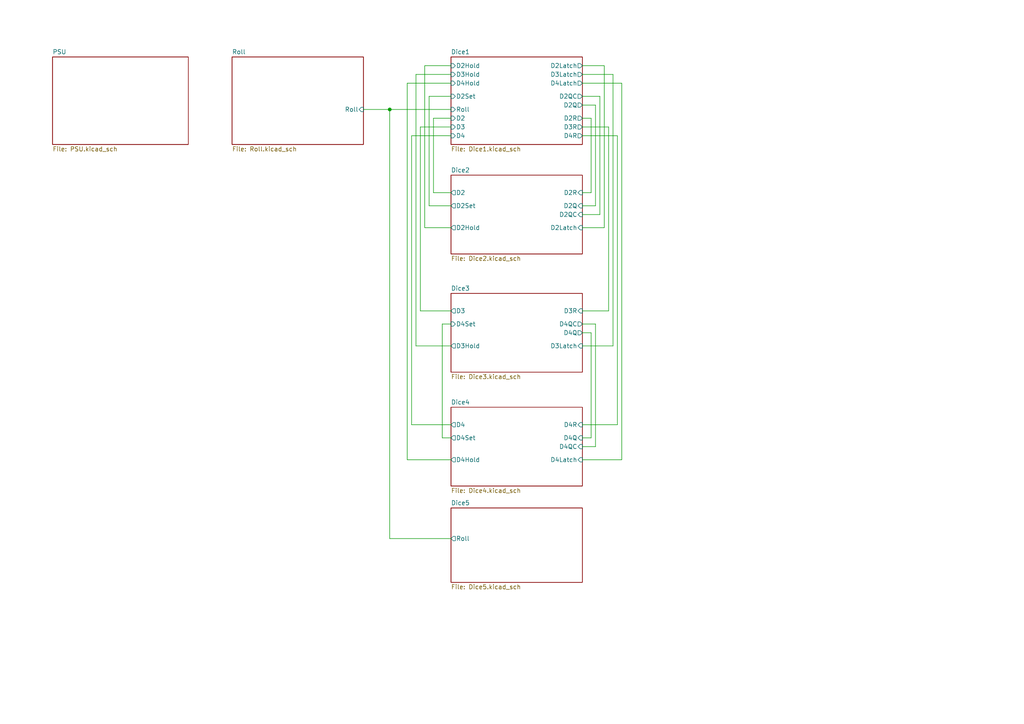
<source format=kicad_sch>
(kicad_sch (version 20211123) (generator eeschema)
  (paper "A4")
  (lib_symbols)
  (junction (at 113.03 31.75))
  (wire (pts (xy 121.92 36.83) (xy 130.81 36.83)))
  (wire (pts (xy 123.19 66.04) (xy 123.19 19.05)))
  (wire (pts (xy 176.53 90.17) (xy 176.53 36.83)))
  (wire (pts (xy 123.19 19.05) (xy 130.81 19.05)))
  (wire (pts (xy 172.72 59.69) (xy 172.72 30.48)))
  (wire (pts (xy 168.91 62.23) (xy 173.99 62.23)))
  (wire (pts (xy 172.72 93.98) (xy 168.91 93.98)))
  (wire (pts (xy 168.91 59.69) (xy 172.72 59.69)))
  (wire (pts (xy 175.26 66.04) (xy 175.26 19.05)))
  (wire (pts (xy 128.27 93.98) (xy 130.81 93.98)))
  (wire (pts (xy 172.72 30.48) (xy 168.91 30.48)))
  (wire (pts (xy 177.8 100.33) (xy 177.8 21.59)))
  (wire (pts (xy 124.46 27.94) (xy 124.46 59.69)))
  (wire (pts (xy 180.34 133.35) (xy 180.34 24.13)))
  (wire (pts (xy 176.53 36.83) (xy 168.91 36.83)))
  (wire (pts (xy 121.92 90.17) (xy 121.92 36.83)))
  (wire (pts (xy 179.07 39.37) (xy 168.91 39.37)))
  (wire (pts (xy 125.73 55.88) (xy 125.73 34.29)))
  (wire (pts (xy 168.91 123.19) (xy 179.07 123.19)))
  (wire (pts (xy 130.81 66.04) (xy 123.19 66.04)))
  (wire (pts (xy 175.26 19.05) (xy 168.91 19.05)))
  (wire (pts (xy 180.34 24.13) (xy 168.91 24.13)))
  (wire (pts (xy 171.45 127) (xy 171.45 96.52)))
  (wire (pts (xy 130.81 27.94) (xy 124.46 27.94)))
  (wire (pts (xy 168.91 129.54) (xy 172.72 129.54)))
  (wire (pts (xy 171.45 34.29) (xy 168.91 34.29)))
  (wire (pts (xy 125.73 34.29) (xy 130.81 34.29)))
  (wire (pts (xy 118.11 24.13) (xy 130.81 24.13)))
  (wire (pts (xy 172.72 129.54) (xy 172.72 93.98)))
  (wire (pts (xy 113.03 31.75) (xy 130.81 31.75)))
  (wire (pts (xy 168.91 90.17) (xy 176.53 90.17)))
  (wire (pts (xy 168.91 127) (xy 171.45 127)))
  (wire (pts (xy 120.65 100.33) (xy 120.65 21.59)))
  (wire (pts (xy 118.11 133.35) (xy 118.11 24.13)))
  (wire (pts (xy 119.38 39.37) (xy 130.81 39.37)))
  (wire (pts (xy 105.41 31.75) (xy 113.03 31.75)))
  (wire (pts (xy 173.99 62.23) (xy 173.99 27.94)))
  (wire (pts (xy 120.65 21.59) (xy 130.81 21.59)))
  (wire (pts (xy 168.91 55.88) (xy 171.45 55.88)))
  (wire (pts (xy 173.99 27.94) (xy 168.91 27.94)))
  (wire (pts (xy 171.45 55.88) (xy 171.45 34.29)))
  (wire (pts (xy 168.91 100.33) (xy 177.8 100.33)))
  (wire (pts (xy 130.81 127) (xy 128.27 127)))
  (wire (pts (xy 113.03 156.21) (xy 113.03 31.75)))
  (wire (pts (xy 128.27 127) (xy 128.27 93.98)))
  (wire (pts (xy 177.8 21.59) (xy 168.91 21.59)))
  (wire (pts (xy 124.46 59.69) (xy 130.81 59.69)))
  (wire (pts (xy 130.81 133.35) (xy 118.11 133.35)))
  (wire (pts (xy 119.38 123.19) (xy 119.38 39.37)))
  (wire (pts (xy 130.81 100.33) (xy 120.65 100.33)))
  (wire (pts (xy 171.45 96.52) (xy 168.91 96.52)))
  (wire (pts (xy 179.07 123.19) (xy 179.07 39.37)))
  (wire (pts (xy 130.81 55.88) (xy 125.73 55.88)))
  (wire (pts (xy 130.81 123.19) (xy 119.38 123.19)))
  (wire (pts (xy 168.91 133.35) (xy 180.34 133.35)))
  (wire (pts (xy 168.91 66.04) (xy 175.26 66.04)))
  (wire (pts (xy 130.81 156.21) (xy 113.03 156.21)))
  (wire (pts (xy 130.81 90.17) (xy 121.92 90.17)))
  (sheet (at 130.81 16.51) (size 38.1 25.4) (stroke (width 0.1524))
    (property "Sheet name" "Dice1" (at 130.81 15.7984 0) (effects (justify left bottom)))
    (property "Sheet file" "Dice1.kicad_sch" (at 130.81 42.4946 0) (effects (justify left top)))
    (pin "D3Latch" output (at 168.91 21.59 0))
    (pin "D4Latch" output (at 168.91 24.13 0))
    (pin "D2Latch" output (at 168.91 19.05 0))
    (pin "D2Hold" input (at 130.81 19.05 180))
    (pin "D3Hold" input (at 130.81 21.59 180))
    (pin "D4Hold" input (at 130.81 24.13 180))
    (pin "D2Set" input (at 130.81 27.94 180))
    (pin "D2QC" output (at 168.91 27.94 0))
    (pin "D2Q" output (at 168.91 30.48 0))
    (pin "D2R" output (at 168.91 34.29 0))
    (pin "D4" input (at 130.81 39.37 180))
    (pin "D2" input (at 130.81 34.29 180))
    (pin "D3" input (at 130.81 36.83 180))
    (pin "D3R" output (at 168.91 36.83 0))
    (pin "D4R" output (at 168.91 39.37 0))
    (pin "Roll" input (at 130.81 31.75 180))
  )
  (sheet (at 67.31 16.51) (size 38.1 25.4) (stroke (width 0.1524))
    (property "Sheet name" "Roll" (at 67.31 15.7984 0) (effects (justify left bottom)))
    (property "Sheet file" "Roll.kicad_sch" (at 67.31 42.4946 0) (effects (justify left top)))
    (pin "Roll" input (at 105.41 31.75 0))
  )
  (sheet (at 130.81 85.09) (size 38.1 22.86) (stroke (width 0.1524))
    (property "Sheet name" "Dice3" (at 130.81 84.3784 0) (effects (justify left bottom)))
    (property "Sheet file" "Dice3.kicad_sch" (at 130.81 108.5346 0) (effects (justify left top)))
    (pin "D3" output (at 130.81 90.17 180))
    (pin "D3R" input (at 168.91 90.17 0))
    (pin "D3Latch" input (at 168.91 100.33 0))
    (pin "D3Hold" output (at 130.81 100.33 180))
    (pin "D4QC" output (at 168.91 93.98 0))
    (pin "D4Q" output (at 168.91 96.52 0))
    (pin "D4Set" input (at 130.81 93.98 180))
  )
  (sheet (at 15.24 16.51) (size 39.37 25.4) (stroke (width 0.1524))
    (property "Sheet name" "PSU" (at 15.24 15.7984 0) (effects (justify left bottom)))
    (property "Sheet file" "PSU.kicad_sch" (at 15.24 42.4946 0) (effects (justify left top)))
  )
  (sheet (at 130.81 50.8) (size 38.1 22.86) (stroke (width 0.1524))
    (property "Sheet name" "Dice2" (at 130.81 50.0884 0) (effects (justify left bottom)))
    (property "Sheet file" "Dice2.kicad_sch" (at 130.81 74.2446 0) (effects (justify left top)))
    (pin "D2" output (at 130.81 55.88 180))
    (pin "D2R" input (at 168.91 55.88 0))
    (pin "D2Set" output (at 130.81 59.69 180))
    (pin "D2QC" input (at 168.91 62.23 0))
    (pin "D2Latch" input (at 168.91 66.04 0))
    (pin "D2Q" input (at 168.91 59.69 0))
    (pin "D2Hold" output (at 130.81 66.04 180))
  )
  (sheet (at 130.81 147.32) (size 38.1 21.59) (stroke (width 0.1524))
    (property "Sheet name" "Dice5" (at 130.81 146.6084 0) (effects (justify left bottom)))
    (property "Sheet file" "Dice5.kicad_sch" (at 130.81 169.4946 0) (effects (justify left top)))
    (pin "Roll" output (at 130.81 156.21 180))
  )
  (sheet (at 130.81 118.11) (size 38.1 22.86) (stroke (width 0.1524))
    (property "Sheet name" "Dice4" (at 130.81 117.3984 0) (effects (justify left bottom)))
    (property "Sheet file" "Dice4.kicad_sch" (at 130.81 141.5546 0) (effects (justify left top)))
    (pin "D4Q" input (at 168.91 127 0))
    (pin "D4QC" input (at 168.91 129.54 0))
    (pin "D4Set" output (at 130.81 127 180))
    (pin "D4Hold" output (at 130.81 133.35 180))
    (pin "D4Latch" input (at 168.91 133.35 0))
    (pin "D4" output (at 130.81 123.19 180))
    (pin "D4R" input (at 168.91 123.19 0))
  )
)
</source>
